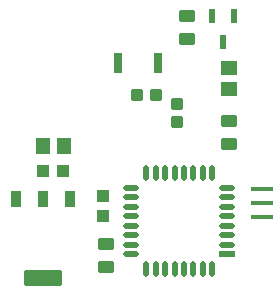
<source format=gbr>
%TF.GenerationSoftware,Altium Limited,Altium Designer,20.0.13 (296)*%
G04 Layer_Color=8421504*
%FSLAX45Y45*%
%MOMM*%
%TF.FileFunction,Paste,Top*%
%TF.Part,Single*%
G01*
G75*
%TA.AperFunction,SMDPad,CuDef*%
%ADD10R,1.35523X0.48583*%
G04:AMPARAMS|DCode=11|XSize=1.35523mm|YSize=0.48583mm|CornerRadius=0.24292mm|HoleSize=0mm|Usage=FLASHONLY|Rotation=180.000|XOffset=0mm|YOffset=0mm|HoleType=Round|Shape=RoundedRectangle|*
%AMROUNDEDRECTD11*
21,1,1.35523,0.00000,0,0,180.0*
21,1,0.86940,0.48583,0,0,180.0*
1,1,0.48583,-0.43470,0.00000*
1,1,0.48583,0.43470,0.00000*
1,1,0.48583,0.43470,0.00000*
1,1,0.48583,-0.43470,0.00000*
%
%ADD11ROUNDEDRECTD11*%
G04:AMPARAMS|DCode=12|XSize=0.48583mm|YSize=1.35523mm|CornerRadius=0.24292mm|HoleSize=0mm|Usage=FLASHONLY|Rotation=180.000|XOffset=0mm|YOffset=0mm|HoleType=Round|Shape=RoundedRectangle|*
%AMROUNDEDRECTD12*
21,1,0.48583,0.86940,0,0,180.0*
21,1,0.00000,1.35523,0,0,180.0*
1,1,0.48583,0.00000,0.43470*
1,1,0.48583,0.00000,0.43470*
1,1,0.48583,0.00000,-0.43470*
1,1,0.48583,0.00000,-0.43470*
%
%ADD12ROUNDEDRECTD12*%
G04:AMPARAMS|DCode=13|XSize=1mm|YSize=1.42mm|CornerRadius=0.125mm|HoleSize=0mm|Usage=FLASHONLY|Rotation=90.000|XOffset=0mm|YOffset=0mm|HoleType=Round|Shape=RoundedRectangle|*
%AMROUNDEDRECTD13*
21,1,1.00000,1.17000,0,0,90.0*
21,1,0.75000,1.42000,0,0,90.0*
1,1,0.25000,0.58500,0.37500*
1,1,0.25000,0.58500,-0.37500*
1,1,0.25000,-0.58500,-0.37500*
1,1,0.25000,-0.58500,0.37500*
%
%ADD13ROUNDEDRECTD13*%
G04:AMPARAMS|DCode=14|XSize=0.94mm|YSize=1.02mm|CornerRadius=0.094mm|HoleSize=0mm|Usage=FLASHONLY|Rotation=180.000|XOffset=0mm|YOffset=0mm|HoleType=Round|Shape=RoundedRectangle|*
%AMROUNDEDRECTD14*
21,1,0.94000,0.83200,0,0,180.0*
21,1,0.75200,1.02000,0,0,180.0*
1,1,0.18800,-0.37600,0.41600*
1,1,0.18800,0.37600,0.41600*
1,1,0.18800,0.37600,-0.41600*
1,1,0.18800,-0.37600,-0.41600*
%
%ADD14ROUNDEDRECTD14*%
G04:AMPARAMS|DCode=15|XSize=0.94mm|YSize=1.02mm|CornerRadius=0.094mm|HoleSize=0mm|Usage=FLASHONLY|Rotation=270.000|XOffset=0mm|YOffset=0mm|HoleType=Round|Shape=RoundedRectangle|*
%AMROUNDEDRECTD15*
21,1,0.94000,0.83200,0,0,270.0*
21,1,0.75200,1.02000,0,0,270.0*
1,1,0.18800,-0.41600,-0.37600*
1,1,0.18800,-0.41600,0.37600*
1,1,0.18800,0.41600,0.37600*
1,1,0.18800,0.41600,-0.37600*
%
%ADD15ROUNDEDRECTD15*%
%ADD16R,1.47000X1.16000*%
%ADD17R,1.16000X1.47000*%
%ADD18R,1.10000X1.00000*%
G04:AMPARAMS|DCode=19|XSize=3.24mm|YSize=1.31mm|CornerRadius=0.09825mm|HoleSize=0mm|Usage=FLASHONLY|Rotation=180.000|XOffset=0mm|YOffset=0mm|HoleType=Round|Shape=RoundedRectangle|*
%AMROUNDEDRECTD19*
21,1,3.24000,1.11350,0,0,180.0*
21,1,3.04350,1.31000,0,0,180.0*
1,1,0.19650,-1.52175,0.55675*
1,1,0.19650,1.52175,0.55675*
1,1,0.19650,1.52175,-0.55675*
1,1,0.19650,-1.52175,-0.55675*
%
%ADD19ROUNDEDRECTD19*%
G04:AMPARAMS|DCode=20|XSize=0.93mm|YSize=1.31mm|CornerRadius=0.06975mm|HoleSize=0mm|Usage=FLASHONLY|Rotation=180.000|XOffset=0mm|YOffset=0mm|HoleType=Round|Shape=RoundedRectangle|*
%AMROUNDEDRECTD20*
21,1,0.93000,1.17050,0,0,180.0*
21,1,0.79050,1.31000,0,0,180.0*
1,1,0.13950,-0.39525,0.58525*
1,1,0.13950,0.39525,0.58525*
1,1,0.13950,0.39525,-0.58525*
1,1,0.13950,-0.39525,-0.58525*
%
%ADD20ROUNDEDRECTD20*%
%ADD21R,1.00000X1.10000*%
%ADD22R,1.90000X0.40000*%
%ADD23R,0.60000X1.15000*%
%ADD24R,0.80000X1.70000*%
D10*
X10529448Y6057301D02*
D03*
D11*
Y6137300D02*
D03*
Y6217300D02*
D03*
Y6297300D02*
D03*
Y6377300D02*
D03*
Y6457300D02*
D03*
Y6537300D02*
D03*
Y6617299D02*
D03*
X9714352D02*
D03*
Y6537300D02*
D03*
Y6457300D02*
D03*
Y6377300D02*
D03*
Y6297300D02*
D03*
Y6217300D02*
D03*
Y6137300D02*
D03*
Y6057301D02*
D03*
D12*
X10401899Y6744848D02*
D03*
X10321900D02*
D03*
X10241900D02*
D03*
X10161900D02*
D03*
X10081900D02*
D03*
X10001900D02*
D03*
X9921900D02*
D03*
X9841901D02*
D03*
Y5929752D02*
D03*
X9921900D02*
D03*
X10001900D02*
D03*
X10081900D02*
D03*
X10161900D02*
D03*
X10241900D02*
D03*
X10321900D02*
D03*
X10401899D02*
D03*
D13*
X9499600Y6138697D02*
D03*
Y5951698D02*
D03*
X10541000Y7180097D02*
D03*
Y6993098D02*
D03*
X10185400Y8069102D02*
D03*
Y7882103D02*
D03*
D14*
X9763501Y7404100D02*
D03*
X9921499D02*
D03*
D15*
X10099924Y7173006D02*
D03*
Y7331004D02*
D03*
D16*
X10541000Y7455799D02*
D03*
Y7631801D02*
D03*
D17*
X8967099Y6972300D02*
D03*
X9143101D02*
D03*
D18*
X8970101Y6756400D02*
D03*
X9140099D02*
D03*
D19*
X8966200Y5850402D02*
D03*
D20*
X8737199Y6519398D02*
D03*
X8966200D02*
D03*
X9195201D02*
D03*
D21*
X9474200Y6379301D02*
D03*
Y6549304D02*
D03*
D22*
X10820400Y6609700D02*
D03*
Y6369700D02*
D03*
Y6489700D02*
D03*
D23*
X10585201Y8073598D02*
D03*
X10395199D02*
D03*
X10490200Y7848600D02*
D03*
D24*
X9944100Y7676002D02*
D03*
X9604101D02*
D03*
%TF.MD5,c44e8a34b99544c69db34414f45d60c9*%
M02*

</source>
